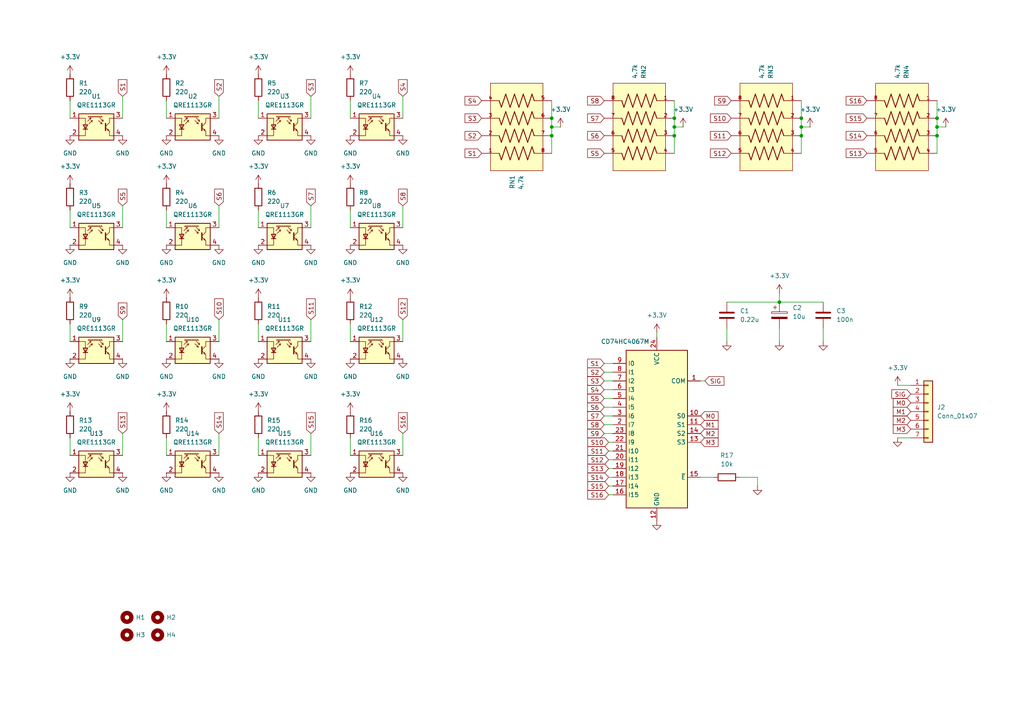
<source format=kicad_sch>
(kicad_sch (version 20250114) (generator "eeschema") (generator_version "9.0")
  (paper "A4")
  (lib_symbols
    (symbol "74xx:CD74HC4067M"
      (property "Reference" "U" (at -8.89 22.86 0))
      (property "Value" "CD74HC4067M" (at 1.27 22.86 0))
      (symbol "CD74HC4067M_1_1"
        (pin passive line (at -12.7 12.7 0) (length 3.81) (name "COM") (number "1"))
        (pin input line (at -12.7 2.54 0) (length 3.81) (name "S0") (number "10"))
        (pin input line (at -12.7 0 0) (length 3.81) (name "S1") (number "11"))
        (pin input line (at -12.7 -2.54 0) (length 3.81) (name "S2") (number "14"))
        (pin input line (at -12.7 -5.08 0) (length 3.81) (name "S3") (number "13"))
        (pin input line (at -12.7 -15.24 0) (length 3.81) (name "~{E}") (number "15"))
        (pin power_in line (at 0 25.4 270) (length 3.81) (name "VCC") (number "24"))
        (pin power_in line (at 0 -27.94 90) (length 3.81) (name "GND") (number "12"))
        (pin passive line (at 12.7 17.78 180) (length 3.81) (name "I0") (number "9"))
        (pin passive line (at 12.7 15.24 180) (length 3.81) (name "I1") (number "8"))
        (pin passive line (at 12.7 12.7 180) (length 3.81) (name "I2") (number "7"))
        (pin passive line (at 12.7 10.16 180) (length 3.81) (name "I3") (number "6"))
        (pin passive line (at 12.7 7.62 180) (length 3.81) (name "I4") (number "5"))
        (pin passive line (at 12.7 5.08 180) (length 3.81) (name "I5") (number "4"))
        (pin passive line (at 12.7 2.54 180) (length 3.81) (name "I6") (number "3"))
        (pin passive line (at 12.7 0 180) (length 3.81) (name "I7") (number "2"))
        (pin passive line (at 12.7 -2.54 180) (length 3.81) (name "I8") (number "23"))
        (pin passive line (at 12.7 -5.08 180) (length 3.81) (name "I9") (number "22"))
        (pin passive line (at 12.7 -7.62 180) (length 3.81) (name "I10") (number "21"))
        (pin passive line (at 12.7 -10.16 180) (length 3.81) (name "I11") (number "20"))
        (pin passive line (at 12.7 -12.7 180) (length 3.81) (name "I12") (number "19"))
        (pin passive line (at 12.7 -15.24 180) (length 3.81) (name "I13") (number "18"))
        (pin passive line (at 12.7 -17.78 180) (length 3.81) (name "I14") (number "17"))
        (pin passive line (at 12.7 -20.32 180) (length 3.81) (name "I15") (number "16"))
      )
    )
    (symbol "CAY16-472J4LF:CAY16-472J4LF" (pin_names (offset 1.016))
      (property "Reference" "RN" (at -6.8624 13.4635 0))
      (property "Value" "CAY16-472J4LF" (at -6.614 -15.7546 0))
      (symbol "CAY16-472J4LF_0_0"
        (pin passive line (at -10.16 7.62 0) (length 5.08) (name "~") (number "1"))
        (pin passive line (at -10.16 2.54 0) (length 5.08) (name "~") (number "2"))
        (pin passive line (at -10.16 -2.54 0) (length 5.08) (name "~") (number "3"))
        (pin passive line (at -10.16 -7.62 0) (length 5.08) (name "~") (number "4"))
        (pin passive line (at 10.16 7.62 180) (length 5.08) (name "~") (number "8"))
        (pin passive line (at 10.16 2.54 180) (length 5.08) (name "~") (number "7"))
        (pin passive line (at 10.16 -2.54 180) (length 5.08) (name "~") (number "6"))
        (pin passive line (at 10.16 -7.62 180) (length 5.08) (name "~") (number "5"))
      )
    )
    (symbol "Connector_Generic:Conn_01x07" (pin_names (offset 1.016) (hide yes))
      (property "Reference" "J" (at 0 10.16 0))
      (property "Value" "Conn_01x07" (at 0 -10.16 0))
      (symbol "Conn_01x07_1_1"
        (pin passive line (at -5.08 7.62 0) (length 3.81) (name "Pin_1") (number "1"))
        (pin passive line (at -5.08 5.08 0) (length 3.81) (name "Pin_2") (number "2"))
        (pin passive line (at -5.08 2.54 0) (length 3.81) (name "Pin_3") (number "3"))
        (pin passive line (at -5.08 0 0) (length 3.81) (name "Pin_4") (number "4"))
        (pin passive line (at -5.08 -2.54 0) (length 3.81) (name "Pin_5") (number "5"))
        (pin passive line (at -5.08 -5.08 0) (length 3.81) (name "Pin_6") (number "6"))
        (pin passive line (at -5.08 -7.62 0) (length 3.81) (name "Pin_7") (number "7"))
      )
    )
    (symbol "Device:C" (pin_numbers (hide yes)) (pin_names (offset 0.254))
      (property "Reference" "C" (at 0.635 2.54 0))
      (property "Value" "C" (at 0.635 -2.54 0))
      (symbol "C_1_1"
        (pin passive line (at 0 3.81 270) (length 2.794) (name "~") (number "1"))
        (pin passive line (at 0 -3.81 90) (length 2.794) (name "~") (number "2"))
      )
    )
    (symbol "Device:C_Polarized" (pin_numbers (hide yes)) (pin_names (offset 0.254))
      (property "Reference" "C" (at 0.635 2.54 0))
      (property "Value" "C_Polarized" (at 0.635 -2.54 0))
      (symbol "C_Polarized_1_1"
        (pin passive line (at 0 3.81 270) (length 2.794) (name "~") (number "1"))
        (pin passive line (at 0 -3.81 90) (length 2.794) (name "~") (number "2"))
      )
    )
    (symbol "Device:R" (pin_numbers (hide yes)) (pin_names (offset 0))
      (property "Reference" "R" (at 2.032 0 90))
      (property "Value" "R" (at 0 0 90))
      (symbol "R_1_1"
        (pin passive line (at 0 3.81 270) (length 1.27) (name "~") (number "1"))
        (pin passive line (at 0 -3.81 90) (length 1.27) (name "~") (number "2"))
      )
    )
    (symbol "EEESTN5:Mounting_Hole" (pin_names (offset 1.016))
      (property "Reference" "H" (at 0 5.08 0))
    )
    (symbol "Sensor_Proximity:QRE1113GR" (pin_names (offset 0.0254) (hide yes))
      (property "Reference" "U" (at -3.81 5.08 0))
      (property "Value" "QRE1113GR" (at 11.43 5.08 0))
      (symbol "QRE1113GR_1_1"
        (pin passive line (at -7.62 2.54 0) (length 2.54) (name "A") (number "1"))
        (pin passive line (at -7.62 -2.54 0) (length 2.54) (name "K") (number "2"))
        (pin open_collector line (at 7.62 2.54 180) (length 2.54) (name "~") (number "3"))
        (pin open_emitter line (at 7.62 -2.54 180) (length 2.54) (name "~") (number "4"))
      )
    )
    (symbol "power:+3.3V" (power) (pin_numbers (hide yes)) (pin_names (offset 0) (hide yes))
      (property "Value" "+3.3V" (at 0 3.556 0))
      (symbol "+3.3V_1_1"
        (pin power_in line (at 0 0 90) (length 0) (name "~") (number "1"))
      )
    )
    (symbol "power:GND" (power) (pin_numbers (hide yes)) (pin_names (offset 0) (hide yes))
      (property "Value" "GND" (at 0 -3.81 0))
      (symbol "GND_1_1"
        (pin power_in line (at 0 0 270) (length 0) (name "~") (number "1"))
      )
    )
  )
  (junction (at 271.78 34.29))
  (junction (at 195.58 39.37))
  (junction (at 160.02 39.37))
  (junction (at 195.58 34.29))
  (junction (at 160.02 34.29))
  (junction (at 271.78 36.83))
  (junction (at 232.41 39.37))
  (junction (at 226.06 87.63))
  (junction (at 160.02 36.83))
  (junction (at 195.58 36.83))
  (junction (at 232.41 34.29))
  (junction (at 271.78 39.37))
  (junction (at 232.41 36.83))
  (wire (pts (xy 175.26 105.41) (xy 177.8 105.41)))
  (wire (pts (xy 271.78 34.29) (xy 271.78 36.83)))
  (wire (pts (xy 260.35 111.76) (xy 264.16 111.76)))
  (wire (pts (xy 176.53 130.81) (xy 177.8 130.81)))
  (wire (pts (xy 226.06 85.09) (xy 226.06 87.63)))
  (wire (pts (xy 203.2 110.49) (xy 204.47 110.49)))
  (wire (pts (xy 20.32 93.98) (xy 20.32 99.06)))
  (wire (pts (xy 35.56 59.69) (xy 35.56 66.04)))
  (wire (pts (xy 101.6 60.96) (xy 101.6 66.04)))
  (wire (pts (xy 238.76 99.06) (xy 238.76 95.25)))
  (wire (pts (xy 160.02 29.21) (xy 160.02 34.29)))
  (wire (pts (xy 232.41 34.29) (xy 232.41 36.83)))
  (wire (pts (xy 210.82 87.63) (xy 226.06 87.63)))
  (wire (pts (xy 176.53 128.27) (xy 177.8 128.27)))
  (wire (pts (xy 90.17 27.94) (xy 90.17 34.29)))
  (wire (pts (xy 195.58 34.29) (xy 195.58 36.83)))
  (wire (pts (xy 175.26 120.65) (xy 177.8 120.65)))
  (wire (pts (xy 175.26 123.19) (xy 177.8 123.19)))
  (wire (pts (xy 190.5 96.52) (xy 190.5 97.79)))
  (wire (pts (xy 74.93 127) (xy 74.93 132.08)))
  (wire (pts (xy 90.17 92.71) (xy 90.17 99.06)))
  (wire (pts (xy 271.78 29.21) (xy 271.78 34.29)))
  (wire (pts (xy 48.26 93.98) (xy 48.26 99.06)))
  (wire (pts (xy 175.26 107.95) (xy 177.8 107.95)))
  (wire (pts (xy 234.95 36.83) (xy 232.41 36.83)))
  (wire (pts (xy 74.93 60.96) (xy 74.93 66.04)))
  (wire (pts (xy 20.32 127) (xy 20.32 132.08)))
  (wire (pts (xy 20.32 60.96) (xy 20.32 66.04)))
  (wire (pts (xy 116.84 92.71) (xy 116.84 99.06)))
  (wire (pts (xy 175.26 118.11) (xy 177.8 118.11)))
  (wire (pts (xy 271.78 39.37) (xy 271.78 44.45)))
  (wire (pts (xy 175.26 110.49) (xy 177.8 110.49)))
  (wire (pts (xy 101.6 93.98) (xy 101.6 99.06)))
  (wire (pts (xy 210.82 99.06) (xy 210.82 95.25)))
  (wire (pts (xy 176.53 143.51) (xy 177.8 143.51)))
  (wire (pts (xy 116.84 59.69) (xy 116.84 66.04)))
  (wire (pts (xy 175.26 115.57) (xy 177.8 115.57)))
  (wire (pts (xy 48.26 127) (xy 48.26 132.08)))
  (wire (pts (xy 160.02 34.29) (xy 160.02 36.83)))
  (wire (pts (xy 162.56 36.83) (xy 160.02 36.83)))
  (wire (pts (xy 48.26 60.96) (xy 48.26 66.04)))
  (wire (pts (xy 195.58 39.37) (xy 195.58 44.45)))
  (wire (pts (xy 90.17 125.73) (xy 90.17 132.08)))
  (wire (pts (xy 176.53 138.43) (xy 177.8 138.43)))
  (wire (pts (xy 232.41 39.37) (xy 232.41 44.45)))
  (wire (pts (xy 274.32 36.83) (xy 271.78 36.83)))
  (wire (pts (xy 219.71 138.43) (xy 214.63 138.43)))
  (wire (pts (xy 90.17 59.69) (xy 90.17 66.04)))
  (wire (pts (xy 226.06 87.63) (xy 238.76 87.63)))
  (wire (pts (xy 219.71 138.43) (xy 219.71 140.97)))
  (wire (pts (xy 35.56 27.94) (xy 35.56 34.29)))
  (wire (pts (xy 195.58 29.21) (xy 195.58 34.29)))
  (wire (pts (xy 198.12 36.83) (xy 195.58 36.83)))
  (wire (pts (xy 232.41 36.83) (xy 232.41 39.37)))
  (wire (pts (xy 160.02 36.83) (xy 160.02 39.37)))
  (wire (pts (xy 35.56 92.71) (xy 35.56 99.06)))
  (wire (pts (xy 116.84 27.94) (xy 116.84 34.29)))
  (wire (pts (xy 35.56 125.73) (xy 35.56 132.08)))
  (wire (pts (xy 176.53 140.97) (xy 177.8 140.97)))
  (wire (pts (xy 175.26 113.03) (xy 177.8 113.03)))
  (wire (pts (xy 260.35 127) (xy 264.16 127)))
  (wire (pts (xy 74.93 29.21) (xy 74.93 34.29)))
  (wire (pts (xy 101.6 29.21) (xy 101.6 34.29)))
  (wire (pts (xy 160.02 39.37) (xy 160.02 44.45)))
  (wire (pts (xy 195.58 36.83) (xy 195.58 39.37)))
  (wire (pts (xy 116.84 125.73) (xy 116.84 132.08)))
  (wire (pts (xy 176.53 133.35) (xy 177.8 133.35)))
  (wire (pts (xy 176.53 135.89) (xy 177.8 135.89)))
  (wire (pts (xy 232.41 29.21) (xy 232.41 34.29)))
  (wire (pts (xy 207.01 138.43) (xy 203.2 138.43)))
  (wire (pts (xy 101.6 127) (xy 101.6 132.08)))
  (wire (pts (xy 175.26 125.73) (xy 177.8 125.73)))
  (wire (pts (xy 63.5 125.73) (xy 63.5 132.08)))
  (wire (pts (xy 48.26 29.21) (xy 48.26 34.29)))
  (wire (pts (xy 271.78 36.83) (xy 271.78 39.37)))
  (wire (pts (xy 226.06 99.06) (xy 226.06 95.25)))
  (wire (pts (xy 63.5 27.94) (xy 63.5 34.29)))
  (wire (pts (xy 20.32 29.21) (xy 20.32 34.29)))
  (wire (pts (xy 63.5 92.71) (xy 63.5 99.06)))
  (wire (pts (xy 74.93 93.98) (xy 74.93 99.06)))
  (wire (pts (xy 63.5 59.69) (xy 63.5 66.04)))
  (global_label "M2" (shape input) (at 264.16 121.92 180) (property "Intersheetrefs" "${INTERSHEET_REFS}" (effects (hide yes))))
  (global_label "S2" (shape input) (at 175.26 107.95 180) (property "Intersheetrefs" "${INTERSHEET_REFS}" (effects (hide yes))))
  (global_label "S2" (shape input) (at 63.5 27.94 90) (property "Intersheetrefs" "${INTERSHEET_REFS}" (effects (hide yes))))
  (global_label "S12" (shape input) (at 176.53 133.35 180) (property "Intersheetrefs" "${INTERSHEET_REFS}" (effects (hide yes))))
  (global_label "S11" (shape input) (at 90.17 92.71 90) (property "Intersheetrefs" "${INTERSHEET_REFS}" (effects (hide yes))))
  (global_label "S11" (shape input) (at 212.09 39.37 180) (property "Intersheetrefs" "${INTERSHEET_REFS}" (effects (hide yes))))
  (global_label "S12" (shape input) (at 116.84 92.71 90) (property "Intersheetrefs" "${INTERSHEET_REFS}" (effects (hide yes))))
  (global_label "S7" (shape input) (at 90.17 59.69 90) (property "Intersheetrefs" "${INTERSHEET_REFS}" (effects (hide yes))))
  (global_label "S5" (shape input) (at 175.26 115.57 180) (property "Intersheetrefs" "${INTERSHEET_REFS}" (effects (hide yes))))
  (global_label "S3" (shape input) (at 139.7 34.29 180) (property "Intersheetrefs" "${INTERSHEET_REFS}" (effects (hide yes))))
  (global_label "S8" (shape input) (at 175.26 29.21 180) (property "Intersheetrefs" "${INTERSHEET_REFS}" (effects (hide yes))))
  (global_label "S7" (shape input) (at 175.26 120.65 180) (property "Intersheetrefs" "${INTERSHEET_REFS}" (effects (hide yes))))
  (global_label "SIG" (shape input) (at 264.16 114.3 180) (property "Intersheetrefs" "${INTERSHEET_REFS}" (effects (hide yes))))
  (global_label "S5" (shape input) (at 175.26 44.45 180) (property "Intersheetrefs" "${INTERSHEET_REFS}" (effects (hide yes))))
  (global_label "S1" (shape input) (at 139.7 44.45 180) (property "Intersheetrefs" "${INTERSHEET_REFS}" (effects (hide yes))))
  (global_label "S15" (shape input) (at 251.46 34.29 180) (property "Intersheetrefs" "${INTERSHEET_REFS}" (effects (hide yes))))
  (global_label "S5" (shape input) (at 35.56 59.69 90) (property "Intersheetrefs" "${INTERSHEET_REFS}" (effects (hide yes))))
  (global_label "S10" (shape input) (at 63.5 92.71 90) (property "Intersheetrefs" "${INTERSHEET_REFS}" (effects (hide yes))))
  (global_label "S13" (shape input) (at 176.53 135.89 180) (property "Intersheetrefs" "${INTERSHEET_REFS}" (effects (hide yes))))
  (global_label "S7" (shape input) (at 175.26 34.29 180) (property "Intersheetrefs" "${INTERSHEET_REFS}" (effects (hide yes))))
  (global_label "S4" (shape input) (at 139.7 29.21 180) (property "Intersheetrefs" "${INTERSHEET_REFS}" (effects (hide yes))))
  (global_label "S15" (shape input) (at 90.17 125.73 90) (property "Intersheetrefs" "${INTERSHEET_REFS}" (effects (hide yes))))
  (global_label "S9" (shape input) (at 212.09 29.21 180) (property "Intersheetrefs" "${INTERSHEET_REFS}" (effects (hide yes))))
  (global_label "S14" (shape input) (at 251.46 39.37 180) (property "Intersheetrefs" "${INTERSHEET_REFS}" (effects (hide yes))))
  (global_label "M3" (shape input) (at 203.2 128.27 0) (property "Intersheetrefs" "${INTERSHEET_REFS}" (effects (hide yes))))
  (global_label "S4" (shape input) (at 116.84 27.94 90) (property "Intersheetrefs" "${INTERSHEET_REFS}" (effects (hide yes))))
  (global_label "S14" (shape input) (at 63.5 125.73 90) (property "Intersheetrefs" "${INTERSHEET_REFS}" (effects (hide yes))))
  (global_label "S16" (shape input) (at 176.53 143.51 180) (property "Intersheetrefs" "${INTERSHEET_REFS}" (effects (hide yes))))
  (global_label "S9" (shape input) (at 35.56 92.71 90) (property "Intersheetrefs" "${INTERSHEET_REFS}" (effects (hide yes))))
  (global_label "S3" (shape input) (at 175.26 110.49 180) (property "Intersheetrefs" "${INTERSHEET_REFS}" (effects (hide yes))))
  (global_label "S4" (shape input) (at 175.26 113.03 180) (property "Intersheetrefs" "${INTERSHEET_REFS}" (effects (hide yes))))
  (global_label "M1" (shape input) (at 264.16 119.38 180) (property "Intersheetrefs" "${INTERSHEET_REFS}" (effects (hide yes))))
  (global_label "M2" (shape input) (at 203.2 125.73 0) (property "Intersheetrefs" "${INTERSHEET_REFS}" (effects (hide yes))))
  (global_label "S8" (shape input) (at 175.26 123.19 180) (property "Intersheetrefs" "${INTERSHEET_REFS}" (effects (hide yes))))
  (global_label "S1" (shape input) (at 175.26 105.41 180) (property "Intersheetrefs" "${INTERSHEET_REFS}" (effects (hide yes))))
  (global_label "S6" (shape input) (at 63.5 59.69 90) (property "Intersheetrefs" "${INTERSHEET_REFS}" (effects (hide yes))))
  (global_label "M0" (shape input) (at 203.2 120.65 0) (property "Intersheetrefs" "${INTERSHEET_REFS}" (effects (hide yes))))
  (global_label "S15" (shape input) (at 176.53 140.97 180) (property "Intersheetrefs" "${INTERSHEET_REFS}" (effects (hide yes))))
  (global_label "M0" (shape input) (at 264.16 116.84 180) (property "Intersheetrefs" "${INTERSHEET_REFS}" (effects (hide yes))))
  (global_label "S1" (shape input) (at 35.56 27.94 90) (property "Intersheetrefs" "${INTERSHEET_REFS}" (effects (hide yes))))
  (global_label "M3" (shape input) (at 264.16 124.46 180) (property "Intersheetrefs" "${INTERSHEET_REFS}" (effects (hide yes))))
  (global_label "M1" (shape input) (at 203.2 123.19 0) (property "Intersheetrefs" "${INTERSHEET_REFS}" (effects (hide yes))))
  (global_label "S6" (shape input) (at 175.26 39.37 180) (property "Intersheetrefs" "${INTERSHEET_REFS}" (effects (hide yes))))
  (global_label "S9" (shape input) (at 175.26 125.73 180) (property "Intersheetrefs" "${INTERSHEET_REFS}" (effects (hide yes))))
  (global_label "S13" (shape input) (at 251.46 44.45 180) (property "Intersheetrefs" "${INTERSHEET_REFS}" (effects (hide yes))))
  (global_label "S10" (shape input) (at 212.09 34.29 180) (property "Intersheetrefs" "${INTERSHEET_REFS}" (effects (hide yes))))
  (global_label "S3" (shape input) (at 90.17 27.94 90) (property "Intersheetrefs" "${INTERSHEET_REFS}" (effects (hide yes))))
  (global_label "S6" (shape input) (at 175.26 118.11 180) (property "Intersheetrefs" "${INTERSHEET_REFS}" (effects (hide yes))))
  (global_label "S12" (shape input) (at 212.09 44.45 180) (property "Intersheetrefs" "${INTERSHEET_REFS}" (effects (hide yes))))
  (global_label "S16" (shape input) (at 251.46 29.21 180) (property "Intersheetrefs" "${INTERSHEET_REFS}" (effects (hide yes))))
  (global_label "S14" (shape input) (at 176.53 138.43 180) (property "Intersheetrefs" "${INTERSHEET_REFS}" (effects (hide yes))))
  (global_label "S8" (shape input) (at 116.84 59.69 90) (property "Intersheetrefs" "${INTERSHEET_REFS}" (effects (hide yes))))
  (global_label "SIG" (shape input) (at 204.47 110.49 0) (property "Intersheetrefs" "${INTERSHEET_REFS}" (effects (hide yes))))
  (global_label "S2" (shape input) (at 139.7 39.37 180) (property "Intersheetrefs" "${INTERSHEET_REFS}" (effects (hide yes))))
  (global_label "S10" (shape input) (at 176.53 128.27 180) (property "Intersheetrefs" "${INTERSHEET_REFS}" (effects (hide yes))))
  (global_label "S16" (shape input) (at 116.84 125.73 90) (property "Intersheetrefs" "${INTERSHEET_REFS}" (effects (hide yes))))
  (global_label "S13" (shape input) (at 35.56 125.73 90) (property "Intersheetrefs" "${INTERSHEET_REFS}" (effects (hide yes))))
  (global_label "S11" (shape input) (at 176.53 130.81 180) (property "Intersheetrefs" "${INTERSHEET_REFS}" (effects (hide yes))))
  (symbol (lib_id "power:GND") (at 20.32 39.37 0) (unit 1)
    (property "Reference" "#PWR05" (effects (hide yes)))
    (property "Value" "GND" (at 20.32 44.45 0))
    (property "Description" "Power symbol creates a global label with name \"GND\" , ground" (effects (hide yes)))
  )
  (symbol (lib_id "power:GND") (at 35.56 39.37 0) (unit 1)
    (property "Reference" "#PWR08" (effects (hide yes)))
    (property "Value" "GND" (at 35.56 44.45 0))
    (property "Description" "Power symbol creates a global label with name \"GND\" , ground" (effects (hide yes)))
  )
  (symbol (lib_id "Device:R") (at 48.26 25.4 0) (unit 1)
    (property "Reference" "R2" (at 50.8 24.1299 0) (effects (justify left)))
    (property "Value" "220" (at 50.8 26.6699 0) (effects (justify left)))
    (property "Footprint" "Resistor_SMD:R_0805_2012Metric_Pad1.20x1.40mm_HandSolder" (effects (hide yes)))
    (property "Description" "Resistor" (effects (hide yes)))
  )
  (symbol (lib_id "power:+3.3V") (at 20.32 53.34 0) (unit 1)
    (property "Reference" "#PWR015" (effects (hide yes)))
    (property "Value" "+3.3V" (at 20.32 48.26 0))
    (property "Description" "Power symbol creates a global label with name \"+3.3V\"" (effects (hide yes)))
  )
  (symbol (lib_id "power:GND") (at 74.93 104.14 0) (unit 1)
    (property "Reference" "#PWR036" (effects (hide yes)))
    (property "Value" "GND" (at 74.93 109.22 0))
    (property "Description" "Power symbol creates a global label with name \"GND\" , ground" (effects (hide yes)))
  )
  (symbol (lib_id "power:GND") (at 35.56 104.14 0) (unit 1)
    (property "Reference" "#PWR031" (effects (hide yes)))
    (property "Value" "GND" (at 35.56 109.22 0))
    (property "Description" "Power symbol creates a global label with name \"GND\" , ground" (effects (hide yes)))
  )
  (symbol (lib_id "power:GND") (at 63.5 104.14 0) (unit 1)
    (property "Reference" "#PWR034" (effects (hide yes)))
    (property "Value" "GND" (at 63.5 109.22 0))
    (property "Description" "Power symbol creates a global label with name \"GND\" , ground" (effects (hide yes)))
  )
  (symbol (lib_id "Sensor_Proximity:QRE1113GR") (at 27.94 68.58 0) (unit 1)
    (property "Reference" "U5" (at 27.94 59.69 0))
    (property "Value" "QRE1113GR" (at 27.94 62.23 0))
    (property "Footprint" "Library:Qre1113_smd_dieguito" (effects (hide yes)))
    (property "Datasheet" "http://www.onsemi.com/pub/Collateral/QRE1113-D.PDF" (effects (hide yes)))
    (property "Description" "Miniature Reflective Optical Object Sensor, SMD-4" (effects (hide yes)))
  )
  (symbol (lib_id "power:GND") (at 101.6 137.16 0) (unit 1)
    (property "Reference" "#PWR051" (effects (hide yes)))
    (property "Value" "GND" (at 101.6 142.24 0))
    (property "Description" "Power symbol creates a global label with name \"GND\" , ground" (effects (hide yes)))
  )
  (symbol (lib_id "power:+3.3V") (at 226.06 85.09 0) (unit 1)
    (property "Reference" "#PWR072" (effects (hide yes)))
    (property "Value" "+3.3V" (at 226.06 80.01 0))
    (property "Description" "Power symbol creates a global label with name \"+3.3V\"" (effects (hide yes)))
  )
  (symbol (lib_id "Device:R") (at 48.26 90.17 0) (unit 1)
    (property "Reference" "R10" (at 50.8 88.8999 0) (effects (justify left)))
    (property "Value" "220" (at 50.8 91.4399 0) (effects (justify left)))
    (property "Footprint" "Resistor_SMD:R_0805_2012Metric_Pad1.20x1.40mm_HandSolder" (effects (hide yes)))
    (property "Description" "Resistor" (effects (hide yes)))
  )
  (symbol (lib_id "EEESTN5:Mounting_Hole") (at 45.72 179.07 0) (unit 1)
    (property "Reference" "H2" (at 48.26 179.0699 0) (effects (justify left)))
    (property "Value" "Mounting_Hole" (effects (hide yes)))
    (property "Footprint" "MountingHole:MountingHole_2.2mm_M2" (effects (hide yes)))
    (property "Description" "Mounting Hole without connection" (effects (hide yes)))
  )
  (symbol (lib_id "power:GND") (at 116.84 39.37 0) (unit 1)
    (property "Reference" "#PWR016" (effects (hide yes)))
    (property "Value" "GND" (at 116.84 44.45 0))
    (property "Description" "Power symbol creates a global label with name \"GND\" , ground" (effects (hide yes)))
  )
  (symbol (lib_id "power:+3.3V") (at 162.56 36.83 0) (unit 1)
    (property "Reference" "#PWR017" (effects (hide yes)))
    (property "Value" "+3.3V" (at 162.56 31.75 0))
    (property "Description" "Power symbol creates a global label with name \"+3.3V\"" (effects (hide yes)))
  )
  (symbol (lib_id "power:GND") (at 238.76 99.06 0) (unit 1)
    (property "Reference" "#PWR074" (effects (hide yes)))
    (property "Value" "GND" (effects (hide yes)))
    (property "Description" "Power symbol creates a global label with name \"GND\" , ground" (effects (hide yes)))
  )
  (symbol (lib_id "power:GND") (at 190.5 151.13 0) (unit 1)
    (property "Reference" "#PWR052" (effects (hide yes)))
    (property "Value" "GND" (effects (hide yes)))
    (property "Description" "Power symbol creates a global label with name \"GND\" , ground" (effects (hide yes)))
  )
  (symbol (lib_id "power:+3.3V") (at 74.93 21.59 0) (unit 1)
    (property "Reference" "#PWR06" (effects (hide yes)))
    (property "Value" "+3.3V" (at 74.93 16.51 0))
    (property "Description" "Power symbol creates a global label with name \"+3.3V\"" (effects (hide yes)))
  )
  (symbol (lib_id "power:+3.3V") (at 101.6 21.59 0) (unit 1)
    (property "Reference" "#PWR013" (effects (hide yes)))
    (property "Value" "+3.3V" (at 101.6 16.51 0))
    (property "Description" "Power symbol creates a global label with name \"+3.3V\"" (effects (hide yes)))
  )
  (symbol (lib_id "power:GND") (at 74.93 137.16 0) (unit 1)
    (property "Reference" "#PWR048" (effects (hide yes)))
    (property "Value" "GND" (at 74.93 142.24 0))
    (property "Description" "Power symbol creates a global label with name \"GND\" , ground" (effects (hide yes)))
  )
  (symbol (lib_id "Sensor_Proximity:QRE1113GR") (at 55.88 68.58 0) (unit 1)
    (property "Reference" "U6" (at 55.88 59.69 0))
    (property "Value" "QRE1113GR" (at 55.88 62.23 0))
    (property "Footprint" "Library:Qre1113_smd_dieguito" (effects (hide yes)))
    (property "Datasheet" "http://www.onsemi.com/pub/Collateral/QRE1113-D.PDF" (effects (hide yes)))
    (property "Description" "Miniature Reflective Optical Object Sensor, SMD-4" (effects (hide yes)))
  )
  (symbol (lib_id "power:+3.3V") (at 101.6 119.38 0) (unit 1)
    (property "Reference" "#PWR050" (effects (hide yes)))
    (property "Value" "+3.3V" (at 101.6 114.3 0))
    (property "Description" "Power symbol creates a global label with name \"+3.3V\"" (effects (hide yes)))
  )
  (symbol (lib_id "power:+3.3V") (at 74.93 119.38 0) (unit 1)
    (property "Reference" "#PWR047" (effects (hide yes)))
    (property "Value" "+3.3V" (at 74.93 114.3 0))
    (property "Description" "Power symbol creates a global label with name \"+3.3V\"" (effects (hide yes)))
  )
  (symbol (lib_id "power:+3.3V") (at 48.26 53.34 0) (unit 1)
    (property "Reference" "#PWR020" (effects (hide yes)))
    (property "Value" "+3.3V" (at 48.26 48.26 0))
    (property "Description" "Power symbol creates a global label with name \"+3.3V\"" (effects (hide yes)))
  )
  (symbol (lib_id "Sensor_Proximity:QRE1113GR") (at 82.55 68.58 0) (unit 1)
    (property "Reference" "U7" (at 82.55 59.69 0))
    (property "Value" "QRE1113GR" (at 82.55 62.23 0))
    (property "Footprint" "Library:Qre1113_smd_dieguito" (effects (hide yes)))
    (property "Datasheet" "http://www.onsemi.com/pub/Collateral/QRE1113-D.PDF" (effects (hide yes)))
    (property "Description" "Miniature Reflective Optical Object Sensor, SMD-4" (effects (hide yes)))
  )
  (symbol (lib_id "Sensor_Proximity:QRE1113GR") (at 55.88 134.62 0) (unit 1)
    (property "Reference" "U14" (at 55.88 125.73 0))
    (property "Value" "QRE1113GR" (at 55.88 128.27 0))
    (property "Footprint" "Library:Qre1113_smd_dieguito" (effects (hide yes)))
    (property "Datasheet" "http://www.onsemi.com/pub/Collateral/QRE1113-D.PDF" (effects (hide yes)))
    (property "Description" "Miniature Reflective Optical Object Sensor, SMD-4" (effects (hide yes)))
  )
  (symbol (lib_id "power:GND") (at 63.5 71.12 0) (unit 1)
    (property "Reference" "#PWR022" (effects (hide yes)))
    (property "Value" "GND" (at 63.5 76.2 0))
    (property "Description" "Power symbol creates a global label with name \"GND\" , ground" (effects (hide yes)))
  )
  (symbol (lib_id "power:GND") (at 74.93 71.12 0) (unit 1)
    (property "Reference" "#PWR024" (effects (hide yes)))
    (property "Value" "GND" (at 74.93 76.2 0))
    (property "Description" "Power symbol creates a global label with name \"GND\" , ground" (effects (hide yes)))
  )
  (symbol (lib_id "Sensor_Proximity:QRE1113GR") (at 109.22 101.6 0) (unit 1)
    (property "Reference" "U12" (at 109.22 92.71 0))
    (property "Value" "QRE1113GR" (at 109.22 95.25 0))
    (property "Footprint" "Library:Qre1113_smd_dieguito" (effects (hide yes)))
    (property "Datasheet" "http://www.onsemi.com/pub/Collateral/QRE1113-D.PDF" (effects (hide yes)))
    (property "Description" "Miniature Reflective Optical Object Sensor, SMD-4" (effects (hide yes)))
  )
  (symbol (lib_id "CAY16-472J4LF:CAY16-472J4LF") (at 261.62 36.83 0) (mirror y) (unit 1)
    (property "Reference" "RN4" (at 262.8901 22.86 90) (effects (justify left)))
    (property "Value" "4.7k" (at 260.3501 22.86 90) (effects (justify left)))
    (property "Footprint" "Resistor_SMD:R_Array_Convex_4x1206" (effects (hide yes)))
    (property "MF" "Bourns" (effects (hide yes)))
    (property "Description_1" "Resistor, Chip Array,4.7 Kilohms,62 mW,+ 5%,50 V (Max.) | Bourns CAY16-472J4LF" (effects (hide yes)))
    (property "Package" "NON STANDARD-8 Bourns" (effects (hide yes)))
    (property "Price" "None" (effects (hide yes)))
    (property "Check_prices" "https://www.snapeda.com/parts/CAY16-472J4LF/Bourns/view-part/?ref=eda" (effects (hide yes)))
    (property "STANDARD" "IPC-7351B" (effects (hide yes)))
    (property "SnapEDA_Link" "https://www.snapeda.com/parts/CAY16-472J4LF/Bourns/view-part/?ref=snap" (effects (hide yes)))
    (property "MP" "CAY16-472J4LF" (effects (hide yes)))
    (property "Availability" "In Stock" (effects (hide yes)))
    (property "MANUFACTURER" "Bourns" (effects (hide yes)))
  )
  (symbol (lib_id "Sensor_Proximity:QRE1113GR") (at 82.55 36.83 0) (unit 1)
    (property "Reference" "U3" (at 82.55 27.94 0))
    (property "Value" "QRE1113GR" (at 82.55 30.48 0))
    (property "Footprint" "Library:Qre1113_smd_dieguito" (effects (hide yes)))
    (property "Datasheet" "http://www.onsemi.com/pub/Collateral/QRE1113-D.PDF" (effects (hide yes)))
    (property "Description" "Miniature Reflective Optical Object Sensor, SMD-4" (effects (hide yes)))
  )
  (symbol (lib_id "Sensor_Proximity:QRE1113GR") (at 82.55 134.62 0) (unit 1)
    (property "Reference" "U15" (at 82.55 125.73 0))
    (property "Value" "QRE1113GR" (at 82.55 128.27 0))
    (property "Footprint" "Library:Qre1113_smd_dieguito" (effects (hide yes)))
    (property "Datasheet" "http://www.onsemi.com/pub/Collateral/QRE1113-D.PDF" (effects (hide yes)))
    (property "Description" "Miniature Reflective Optical Object Sensor, SMD-4" (effects (hide yes)))
  )
  (symbol (lib_id "EEESTN5:Mounting_Hole") (at 45.72 184.15 0) (unit 1)
    (property "Reference" "H4" (at 48.26 184.1499 0) (effects (justify left)))
    (property "Value" "Mounting_Hole" (effects (hide yes)))
    (property "Footprint" "MountingHole:MountingHole_2.2mm_M2" (effects (hide yes)))
    (property "Description" "Mounting Hole without connection" (effects (hide yes)))
  )
  (symbol (lib_id "Device:C") (at 238.76 91.44 0) (unit 1)
    (property "Reference" "C3" (at 242.57 90.1699 0) (effects (justify left)))
    (property "Value" "100n" (at 242.57 92.7099 0) (effects (justify left)))
    (property "Footprint" "Capacitor_SMD:C_0805_2012Metric_Pad1.18x1.45mm_HandSolder" (effects (hide yes)))
    (property "Description" "Unpolarized capacitor" (effects (hide yes)))
  )
  (symbol (lib_id "power:GND") (at 74.93 39.37 0) (unit 1)
    (property "Reference" "#PWR010" (effects (hide yes)))
    (property "Value" "GND" (at 74.93 44.45 0))
    (property "Description" "Power symbol creates a global label with name \"GND\" , ground" (effects (hide yes)))
  )
  (symbol (lib_id "power:GND") (at 20.32 137.16 0) (unit 1)
    (property "Reference" "#PWR042" (effects (hide yes)))
    (property "Value" "GND" (at 20.32 142.24 0))
    (property "Description" "Power symbol creates a global label with name \"GND\" , ground" (effects (hide yes)))
  )
  (symbol (lib_id "power:+3.3V") (at 101.6 86.36 0) (unit 1)
    (property "Reference" "#PWR038" (effects (hide yes)))
    (property "Value" "+3.3V" (at 101.6 81.28 0))
    (property "Description" "Power symbol creates a global label with name \"+3.3V\"" (effects (hide yes)))
  )
  (symbol (lib_id "CAY16-472J4LF:CAY16-472J4LF") (at 149.86 36.83 0) (mirror x) (unit 1)
    (property "Reference" "RN1" (at 148.5899 50.8 90) (effects (justify left)))
    (property "Value" "4.7k" (at 151.1299 50.8 90) (effects (justify left)))
    (property "Footprint" "Resistor_SMD:R_Array_Convex_4x1206" (effects (hide yes)))
    (property "MF" "Bourns" (effects (hide yes)))
    (property "Description_1" "Resistor, Chip Array,4.7 Kilohms,62 mW,+ 5%,50 V (Max.) | Bourns CAY16-472J4LF" (effects (hide yes)))
    (property "Package" "NON STANDARD-8 Bourns" (effects (hide yes)))
    (property "Price" "None" (effects (hide yes)))
    (property "Check_prices" "https://www.snapeda.com/parts/CAY16-472J4LF/Bourns/view-part/?ref=eda" (effects (hide yes)))
    (property "STANDARD" "IPC-7351B" (effects (hide yes)))
    (property "SnapEDA_Link" "https://www.snapeda.com/parts/CAY16-472J4LF/Bourns/view-part/?ref=snap" (effects (hide yes)))
    (property "MP" "CAY16-472J4LF" (effects (hide yes)))
    (property "Availability" "In Stock" (effects (hide yes)))
    (property "MANUFACTURER" "Bourns" (effects (hide yes)))
  )
  (symbol (lib_id "power:+3.3V") (at 101.6 53.34 0) (unit 1)
    (property "Reference" "#PWR026" (effects (hide yes)))
    (property "Value" "+3.3V" (at 101.6 48.26 0))
    (property "Description" "Power symbol creates a global label with name \"+3.3V\"" (effects (hide yes)))
  )
  (symbol (lib_id "Device:R") (at 48.26 123.19 0) (unit 1)
    (property "Reference" "R14" (at 50.8 121.9199 0) (effects (justify left)))
    (property "Value" "220" (at 50.8 124.4599 0) (effects (justify left)))
    (property "Footprint" "Resistor_SMD:R_0805_2012Metric_Pad1.20x1.40mm_HandSolder" (effects (hide yes)))
    (property "Description" "Resistor" (effects (hide yes)))
  )
  (symbol (lib_id "power:GND") (at 35.56 71.12 0) (unit 1)
    (property "Reference" "#PWR019" (effects (hide yes)))
    (property "Value" "GND" (at 35.56 76.2 0))
    (property "Description" "Power symbol creates a global label with name \"GND\" , ground" (effects (hide yes)))
  )
  (symbol (lib_id "power:GND") (at 101.6 71.12 0) (unit 1)
    (property "Reference" "#PWR027" (effects (hide yes)))
    (property "Value" "GND" (at 101.6 76.2 0))
    (property "Description" "Power symbol creates a global label with name \"GND\" , ground" (effects (hide yes)))
  )
  (symbol (lib_id "power:GND") (at 116.84 104.14 0) (unit 1)
    (property "Reference" "#PWR040" (effects (hide yes)))
    (property "Value" "GND" (at 116.84 109.22 0))
    (property "Description" "Power symbol creates a global label with name \"GND\" , ground" (effects (hide yes)))
  )
  (symbol (lib_id "power:GND") (at 90.17 104.14 0) (unit 1)
    (property "Reference" "#PWR037" (effects (hide yes)))
    (property "Value" "GND" (at 90.17 109.22 0))
    (property "Description" "Power symbol creates a global label with name \"GND\" , ground" (effects (hide yes)))
  )
  (symbol (lib_id "power:GND") (at 20.32 104.14 0) (unit 1)
    (property "Reference" "#PWR030" (effects (hide yes)))
    (property "Value" "GND" (at 20.32 109.22 0))
    (property "Description" "Power symbol creates a global label with name \"GND\" , ground" (effects (hide yes)))
  )
  (symbol (lib_id "power:+3.3V") (at 74.93 53.34 0) (unit 1)
    (property "Reference" "#PWR023" (effects (hide yes)))
    (property "Value" "+3.3V" (at 74.93 48.26 0))
    (property "Description" "Power symbol creates a global label with name \"+3.3V\"" (effects (hide yes)))
  )
  (symbol (lib_id "Device:R") (at 101.6 90.17 0) (unit 1)
    (property "Reference" "R12" (at 104.14 88.8999 0) (effects (justify left)))
    (property "Value" "220" (at 104.14 91.4399 0) (effects (justify left)))
    (property "Footprint" "Resistor_SMD:R_0805_2012Metric_Pad1.20x1.40mm_HandSolder" (effects (hide yes)))
    (property "Description" "Resistor" (effects (hide yes)))
  )
  (symbol (lib_id "CAY16-472J4LF:CAY16-472J4LF") (at 185.42 36.83 0) (mirror y) (unit 1)
    (property "Reference" "RN2" (at 186.6901 22.86 90) (effects (justify left)))
    (property "Value" "4.7k" (at 184.1501 22.86 90) (effects (justify left)))
    (property "Footprint" "Resistor_SMD:R_Array_Convex_4x1206" (effects (hide yes)))
    (property "MF" "Bourns" (effects (hide yes)))
    (property "Description_1" "Resistor, Chip Array,4.7 Kilohms,62 mW,+ 5%,50 V (Max.) | Bourns CAY16-472J4LF" (effects (hide yes)))
    (property "Package" "NON STANDARD-8 Bourns" (effects (hide yes)))
    (property "Price" "None" (effects (hide yes)))
    (property "Check_prices" "https://www.snapeda.com/parts/CAY16-472J4LF/Bourns/view-part/?ref=eda" (effects (hide yes)))
    (property "STANDARD" "IPC-7351B" (effects (hide yes)))
    (property "SnapEDA_Link" "https://www.snapeda.com/parts/CAY16-472J4LF/Bourns/view-part/?ref=snap" (effects (hide yes)))
    (property "MP" "CAY16-472J4LF" (effects (hide yes)))
    (property "Availability" "In Stock" (effects (hide yes)))
    (property "MANUFACTURER" "Bourns" (effects (hide yes)))
  )
  (symbol (lib_id "power:GND") (at 226.06 99.06 0) (unit 1)
    (property "Reference" "#PWR073" (effects (hide yes)))
    (property "Value" "GND" (effects (hide yes)))
    (property "Description" "Power symbol creates a global label with name \"GND\" , ground" (effects (hide yes)))
  )
  (symbol (lib_id "CAY16-472J4LF:CAY16-472J4LF") (at 222.25 36.83 0) (mirror y) (unit 1)
    (property "Reference" "RN3" (at 223.5201 22.86 90) (effects (justify left)))
    (property "Value" "4.7k" (at 220.9801 22.86 90) (effects (justify left)))
    (property "Footprint" "Resistor_SMD:R_Array_Convex_4x1206" (effects (hide yes)))
    (property "MF" "Bourns" (effects (hide yes)))
    (property "Description_1" "Resistor, Chip Array,4.7 Kilohms,62 mW,+ 5%,50 V (Max.) | Bourns CAY16-472J4LF" (effects (hide yes)))
    (property "Package" "NON STANDARD-8 Bourns" (effects (hide yes)))
    (property "Price" "None" (effects (hide yes)))
    (property "Check_prices" "https://www.snapeda.com/parts/CAY16-472J4LF/Bourns/view-part/?ref=eda" (effects (hide yes)))
    (property "STANDARD" "IPC-7351B" (effects (hide yes)))
    (property "SnapEDA_Link" "https://www.snapeda.com/parts/CAY16-472J4LF/Bourns/view-part/?ref=snap" (effects (hide yes)))
    (property "MP" "CAY16-472J4LF" (effects (hide yes)))
    (property "Availability" "In Stock" (effects (hide yes)))
    (property "MANUFACTURER" "Bourns" (effects (hide yes)))
  )
  (symbol (lib_id "power:+3.3V") (at 20.32 86.36 0) (unit 1)
    (property "Reference" "#PWR029" (effects (hide yes)))
    (property "Value" "+3.3V" (at 20.32 81.28 0))
    (property "Description" "Power symbol creates a global label with name \"+3.3V\"" (effects (hide yes)))
  )
  (symbol (lib_id "power:GND") (at 48.26 137.16 0) (unit 1)
    (property "Reference" "#PWR045" (effects (hide yes)))
    (property "Value" "GND" (at 48.26 142.24 0))
    (property "Description" "Power symbol creates a global label with name \"GND\" , ground" (effects (hide yes)))
  )
  (symbol (lib_id "Sensor_Proximity:QRE1113GR") (at 82.55 101.6 0) (unit 1)
    (property "Reference" "U11" (at 82.55 92.71 0))
    (property "Value" "QRE1113GR" (at 82.55 95.25 0))
    (property "Footprint" "Library:Qre1113_smd_dieguito" (effects (hide yes)))
    (property "Datasheet" "http://www.onsemi.com/pub/Collateral/QRE1113-D.PDF" (effects (hide yes)))
    (property "Description" "Miniature Reflective Optical Object Sensor, SMD-4" (effects (hide yes)))
  )
  (symbol (lib_id "power:+3.3V") (at 20.32 21.59 0) (unit 1)
    (property "Reference" "#PWR07" (effects (hide yes)))
    (property "Value" "+3.3V" (at 20.32 16.51 0))
    (property "Description" "Power symbol creates a global label with name \"+3.3V\"" (effects (hide yes)))
  )
  (symbol (lib_id "power:+3.3V") (at 274.32 36.83 0) (unit 1)
    (property "Reference" "#PWR011" (effects (hide yes)))
    (property "Value" "+3.3V" (at 274.32 31.75 0))
    (property "Description" "Power symbol creates a global label with name \"+3.3V\"" (effects (hide yes)))
  )
  (symbol (lib_id "power:GND") (at 35.56 137.16 0) (unit 1)
    (property "Reference" "#PWR043" (effects (hide yes)))
    (property "Value" "GND" (at 35.56 142.24 0))
    (property "Description" "Power symbol creates a global label with name \"GND\" , ground" (effects (hide yes)))
  )
  (symbol (lib_id "Device:R") (at 74.93 123.19 0) (unit 1)
    (property "Reference" "R15" (at 77.47 121.9199 0) (effects (justify left)))
    (property "Value" "220" (at 77.47 124.4599 0) (effects (justify left)))
    (property "Footprint" "Resistor_SMD:R_0805_2012Metric_Pad1.20x1.40mm_HandSolder" (effects (hide yes)))
    (property "Description" "Resistor" (effects (hide yes)))
  )
  (symbol (lib_id "Device:R") (at 20.32 90.17 0) (unit 1)
    (property "Reference" "R9" (at 22.86 88.8999 0) (effects (justify left)))
    (property "Value" "220" (at 22.86 91.4399 0) (effects (justify left)))
    (property "Footprint" "Resistor_SMD:R_0805_2012Metric_Pad1.20x1.40mm_HandSolder" (effects (hide yes)))
    (property "Description" "Resistor" (effects (hide yes)))
  )
  (symbol (lib_id "power:+3.3V") (at 190.5 96.52 0) (unit 1)
    (property "Reference" "#PWR065" (effects (hide yes)))
    (property "Value" "+3.3V" (at 190.5 91.44 0))
    (property "Description" "Power symbol creates a global label with name \"+3.3V\"" (effects (hide yes)))
  )
  (symbol (lib_id "Sensor_Proximity:QRE1113GR") (at 27.94 134.62 0) (unit 1)
    (property "Reference" "U13" (at 27.94 125.73 0))
    (property "Value" "QRE1113GR" (at 27.94 128.27 0))
    (property "Footprint" "Library:Qre1113_smd_dieguito" (effects (hide yes)))
    (property "Datasheet" "http://www.onsemi.com/pub/Collateral/QRE1113-D.PDF" (effects (hide yes)))
    (property "Description" "Miniature Reflective Optical Object Sensor, SMD-4" (effects (hide yes)))
  )
  (symbol (lib_id "power:GND") (at 116.84 137.16 0) (unit 1)
    (property "Reference" "#PWR056" (effects (hide yes)))
    (property "Value" "GND" (at 116.84 142.24 0))
    (property "Description" "Power symbol creates a global label with name \"GND\" , ground" (effects (hide yes)))
  )
  (symbol (lib_id "power:GND") (at 48.26 71.12 0) (unit 1)
    (property "Reference" "#PWR021" (effects (hide yes)))
    (property "Value" "GND" (at 48.26 76.2 0))
    (property "Description" "Power symbol creates a global label with name \"GND\" , ground" (effects (hide yes)))
  )
  (symbol (lib_id "Device:R") (at 101.6 123.19 0) (unit 1)
    (property "Reference" "R16" (at 104.14 121.9199 0) (effects (justify left)))
    (property "Value" "220" (at 104.14 124.4599 0) (effects (justify left)))
    (property "Footprint" "Resistor_SMD:R_0805_2012Metric_Pad1.20x1.40mm_HandSolder" (effects (hide yes)))
    (property "Description" "Resistor" (effects (hide yes)))
  )
  (symbol (lib_id "74xx:CD74HC4067M") (at 190.5 123.19 0) (mirror y) (unit 1)
    (property "Reference" "U18" (effects (hide yes)))
    (property "Value" "CD74HC4067M" (at 188.3567 99.06 0) (effects (justify left)))
    (property "Footprint" "Package_SO:SOIC-24W_7.5x15.4mm_P1.27mm" (effects (hide yes)))
    (property "Datasheet" "http://www.ti.com/lit/ds/symlink/cd74hc4067.pdf" (effects (hide yes)))
    (property "Description" "High-Speed CMOS Logic 16-Channel Analog Multiplexer/Demultiplexer, SOIC-24" (effects (hide yes)))
  )
  (symbol (lib_id "EEESTN5:Mounting_Hole") (at 36.83 184.15 0) (unit 1)
    (property "Reference" "H3" (at 39.37 184.1499 0) (effects (justify left)))
    (property "Value" "Mounting_Hole" (effects (hide yes)))
    (property "Footprint" "MountingHole:MountingHole_2.2mm_M2" (effects (hide yes)))
    (property "Description" "Mounting Hole without connection" (effects (hide yes)))
  )
  (symbol (lib_id "power:+3.3V") (at 198.12 36.83 0) (unit 1)
    (property "Reference" "#PWR03" (effects (hide yes)))
    (property "Value" "+3.3V" (at 198.12 31.75 0))
    (property "Description" "Power symbol creates a global label with name \"+3.3V\"" (effects (hide yes)))
  )
  (symbol (lib_id "Sensor_Proximity:QRE1113GR") (at 27.94 101.6 0) (unit 1)
    (property "Reference" "U9" (at 27.94 92.71 0))
    (property "Value" "QRE1113GR" (at 27.94 95.25 0))
    (property "Footprint" "Library:Qre1113_smd_dieguito" (effects (hide yes)))
    (property "Datasheet" "http://www.onsemi.com/pub/Collateral/QRE1113-D.PDF" (effects (hide yes)))
    (property "Description" "Miniature Reflective Optical Object Sensor, SMD-4" (effects (hide yes)))
  )
  (symbol (lib_id "power:+3.3V") (at 48.26 86.36 0) (unit 1)
    (property "Reference" "#PWR032" (effects (hide yes)))
    (property "Value" "+3.3V" (at 48.26 81.28 0))
    (property "Description" "Power symbol creates a global label with name \"+3.3V\"" (effects (hide yes)))
  )
  (symbol (lib_id "Sensor_Proximity:QRE1113GR") (at 55.88 101.6 0) (unit 1)
    (property "Reference" "U10" (at 55.88 92.71 0))
    (property "Value" "QRE1113GR" (at 55.88 95.25 0))
    (property "Footprint" "Library:Qre1113_smd_dieguito" (effects (hide yes)))
    (property "Datasheet" "http://www.onsemi.com/pub/Collateral/QRE1113-D.PDF" (effects (hide yes)))
    (property "Description" "Miniature Reflective Optical Object Sensor, SMD-4" (effects (hide yes)))
  )
  (symbol (lib_id "Device:R") (at 101.6 25.4 0) (unit 1)
    (property "Reference" "R7" (at 104.14 24.1299 0) (effects (justify left)))
    (property "Value" "220" (at 104.14 26.6699 0) (effects (justify left)))
    (property "Footprint" "Resistor_SMD:R_0805_2012Metric_Pad1.20x1.40mm_HandSolder" (effects (hide yes)))
    (property "Description" "Resistor" (effects (hide yes)))
  )
  (symbol (lib_id "Device:R") (at 101.6 57.15 0) (unit 1)
    (property "Reference" "R8" (at 104.14 55.8799 0) (effects (justify left)))
    (property "Value" "220" (at 104.14 58.4199 0) (effects (justify left)))
    (property "Footprint" "Resistor_SMD:R_0805_2012Metric_Pad1.20x1.40mm_HandSolder" (effects (hide yes)))
    (property "Description" "Resistor" (effects (hide yes)))
  )
  (symbol (lib_id "power:GND") (at 90.17 137.16 0) (unit 1)
    (property "Reference" "#PWR049" (effects (hide yes)))
    (property "Value" "GND" (at 90.17 142.24 0))
    (property "Description" "Power symbol creates a global label with name \"GND\" , ground" (effects (hide yes)))
  )
  (symbol (lib_id "power:GND") (at 20.32 71.12 0) (unit 1)
    (property "Reference" "#PWR018" (effects (hide yes)))
    (property "Value" "GND" (at 20.32 76.2 0))
    (property "Description" "Power symbol creates a global label with name \"GND\" , ground" (effects (hide yes)))
  )
  (symbol (lib_id "power:GND") (at 260.35 127 0) (unit 1)
    (property "Reference" "#PWR055" (effects (hide yes)))
    (property "Value" "GND" (effects (hide yes)))
    (property "Description" "Power symbol creates a global label with name \"GND\" , ground" (effects (hide yes)))
  )
  (symbol (lib_id "power:GND") (at 101.6 39.37 0) (unit 1)
    (property "Reference" "#PWR014" (effects (hide yes)))
    (property "Value" "GND" (at 101.6 44.45 0))
    (property "Description" "Power symbol creates a global label with name \"GND\" , ground" (effects (hide yes)))
  )
  (symbol (lib_id "Device:R") (at 48.26 57.15 0) (unit 1)
    (property "Reference" "R4" (at 50.8 55.8799 0) (effects (justify left)))
    (property "Value" "220" (at 50.8 58.4199 0) (effects (justify left)))
    (property "Footprint" "Resistor_SMD:R_0805_2012Metric_Pad1.20x1.40mm_HandSolder" (effects (hide yes)))
    (property "Description" "Resistor" (effects (hide yes)))
  )
  (symbol (lib_id "Connector_Generic:Conn_01x07") (at 269.24 119.38 0) (unit 1)
    (property "Reference" "J2" (at 271.78 118.1099 0) (effects (justify left)))
    (property "Value" "Conn_01x07" (at 271.78 120.6499 0) (effects (justify left)))
    (property "Footprint" "Connector_JST:JST_XH_S7B-XH-A-1_1x07_P2.50mm_Horizontal" (effects (hide yes)))
    (property "Description" "Generic connector, single row, 01x07, script generated (kicad-library-utils/schlib/autogen/connector/)" (effects (hide yes)))
  )
  (symbol (lib_id "Device:C_Polarized") (at 226.06 91.44 0) (unit 1)
    (property "Reference" "C2" (at 229.87 89.2809 0) (effects (justify left)))
    (property "Value" "10u" (at 229.87 91.8209 0) (effects (justify left)))
    (property "Footprint" "Capacitor_SMD:CP_Elec_4x5.4" (effects (hide yes)))
    (property "Description" "Polarized capacitor" (effects (hide yes)))
  )
  (symbol (lib_id "power:GND") (at 210.82 99.06 0) (unit 1)
    (property "Reference" "#PWR054" (effects (hide yes)))
    (property "Value" "GND" (effects (hide yes)))
    (property "Description" "Power symbol creates a global label with name \"GND\" , ground" (effects (hide yes)))
  )
  (symbol (lib_id "Device:R") (at 20.32 123.19 0) (unit 1)
    (property "Reference" "R13" (at 22.86 121.9199 0) (effects (justify left)))
    (property "Value" "220" (at 22.86 124.4599 0) (effects (justify left)))
    (property "Footprint" "Resistor_SMD:R_0805_2012Metric_Pad1.20x1.40mm_HandSolder" (effects (hide yes)))
    (property "Description" "Resistor" (effects (hide yes)))
  )
  (symbol (lib_id "power:+3.3V") (at 48.26 119.38 0) (unit 1)
    (property "Reference" "#PWR044" (effects (hide yes)))
    (property "Value" "+3.3V" (at 48.26 114.3 0))
    (property "Description" "Power symbol creates a global label with name \"+3.3V\"" (effects (hide yes)))
  )
  (symbol (lib_id "EEESTN5:Mounting_Hole") (at 36.83 179.07 0) (unit 1)
    (property "Reference" "H1" (at 39.37 179.0699 0) (effects (justify left)))
    (property "Value" "Mounting_Hole" (effects (hide yes)))
    (property "Footprint" "MountingHole:MountingHole_2.2mm_M2" (effects (hide yes)))
    (property "Description" "Mounting Hole without connection" (effects (hide yes)))
  )
  (symbol (lib_id "power:+3.3V") (at 48.26 21.59 0) (unit 1)
    (property "Reference" "#PWR01" (effects (hide yes)))
    (property "Value" "+3.3V" (at 48.26 16.51 0))
    (property "Description" "Power symbol creates a global label with name \"+3.3V\"" (effects (hide yes)))
  )
  (symbol (lib_id "Device:R") (at 210.82 138.43 270) (unit 1)
    (property "Reference" "R17" (at 210.82 132.08 90))
    (property "Value" "10k" (at 210.82 134.62 90))
    (property "Footprint" "Resistor_SMD:R_0805_2012Metric_Pad1.20x1.40mm_HandSolder" (effects (hide yes)))
    (property "Description" "Resistor" (effects (hide yes)))
  )
  (symbol (lib_id "power:GND") (at 116.84 71.12 0) (unit 1)
    (property "Reference" "#PWR028" (effects (hide yes)))
    (property "Value" "GND" (at 116.84 76.2 0))
    (property "Description" "Power symbol creates a global label with name \"GND\" , ground" (effects (hide yes)))
  )
  (symbol (lib_id "power:+3.3V") (at 234.95 36.83 0) (unit 1)
    (property "Reference" "#PWR09" (effects (hide yes)))
    (property "Value" "+3.3V" (at 234.95 31.75 0))
    (property "Description" "Power symbol creates a global label with name \"+3.3V\"" (effects (hide yes)))
  )
  (symbol (lib_id "power:GND") (at 48.26 39.37 0) (unit 1)
    (property "Reference" "#PWR02" (effects (hide yes)))
    (property "Value" "GND" (at 48.26 44.45 0))
    (property "Description" "Power symbol creates a global label with name \"GND\" , ground" (effects (hide yes)))
  )
  (symbol (lib_id "Device:R") (at 74.93 90.17 0) (unit 1)
    (property "Reference" "R11" (at 77.47 88.8999 0) (effects (justify left)))
    (property "Value" "220" (at 77.47 91.4399 0) (effects (justify left)))
    (property "Footprint" "Resistor_SMD:R_0805_2012Metric_Pad1.20x1.40mm_HandSolder" (effects (hide yes)))
    (property "Description" "Resistor" (effects (hide yes)))
  )
  (symbol (lib_id "power:GND") (at 219.71 140.97 0) (unit 1)
    (property "Reference" "#PWR053" (effects (hide yes)))
    (property "Value" "GND" (effects (hide yes)))
    (property "Description" "Power symbol creates a global label with name \"GND\" , ground" (effects (hide yes)))
  )
  (symbol (lib_id "Sensor_Proximity:QRE1113GR") (at 109.22 134.62 0) (unit 1)
    (property "Reference" "U16" (at 109.22 125.73 0))
    (property "Value" "QRE1113GR" (at 109.22 128.27 0))
    (property "Footprint" "Library:Qre1113_smd_dieguito" (effects (hide yes)))
    (property "Datasheet" "http://www.onsemi.com/pub/Collateral/QRE1113-D.PDF" (effects (hide yes)))
    (property "Description" "Miniature Reflective Optical Object Sensor, SMD-4" (effects (hide yes)))
  )
  (symbol (lib_id "power:GND") (at 101.6 104.14 0) (unit 1)
    (property "Reference" "#PWR039" (effects (hide yes)))
    (property "Value" "GND" (at 101.6 109.22 0))
    (property "Description" "Power symbol creates a global label with name \"GND\" , ground" (effects (hide yes)))
  )
  (symbol (lib_id "Sensor_Proximity:QRE1113GR") (at 109.22 36.83 0) (unit 1)
    (property "Reference" "U4" (at 109.22 27.94 0))
    (property "Value" "QRE1113GR" (at 109.22 30.48 0))
    (property "Footprint" "Library:Qre1113_smd_dieguito" (effects (hide yes)))
    (property "Datasheet" "http://www.onsemi.com/pub/Collateral/QRE1113-D.PDF" (effects (hide yes)))
    (property "Description" "Miniature Reflective Optical Object Sensor, SMD-4" (effects (hide yes)))
  )
  (symbol (lib_id "power:GND") (at 90.17 71.12 0) (unit 1)
    (property "Reference" "#PWR025" (effects (hide yes)))
    (property "Value" "GND" (at 90.17 76.2 0))
    (property "Description" "Power symbol creates a global label with name \"GND\" , ground" (effects (hide yes)))
  )
  (symbol (lib_id "Device:R") (at 74.93 25.4 0) (unit 1)
    (property "Reference" "R5" (at 77.47 24.1299 0) (effects (justify left)))
    (property "Value" "220" (at 77.47 26.6699 0) (effects (justify left)))
    (property "Footprint" "Resistor_SMD:R_0805_2012Metric_Pad1.20x1.40mm_HandSolder" (effects (hide yes)))
    (property "Description" "Resistor" (effects (hide yes)))
  )
  (symbol (lib_id "power:GND") (at 63.5 137.16 0) (unit 1)
    (property "Reference" "#PWR046" (effects (hide yes)))
    (property "Value" "GND" (at 63.5 142.24 0))
    (property "Description" "Power symbol creates a global label with name \"GND\" , ground" (effects (hide yes)))
  )
  (symbol (lib_id "Device:R") (at 20.32 25.4 0) (unit 1)
    (property "Reference" "R1" (at 22.86 24.1299 0) (effects (justify left)))
    (property "Value" "220" (at 22.86 26.6699 0) (effects (justify left)))
    (property "Footprint" "Resistor_SMD:R_0805_2012Metric_Pad1.20x1.40mm_HandSolder" (effects (hide yes)))
    (property "Description" "Resistor" (effects (hide yes)))
  )
  (symbol (lib_id "Device:C") (at 210.82 91.44 0) (unit 1)
    (property "Reference" "C1" (at 214.63 90.1699 0) (effects (justify left)))
    (property "Value" "0.22u" (at 214.63 92.7099 0) (effects (justify left)))
    (property "Footprint" "Capacitor_SMD:C_0805_2012Metric_Pad1.18x1.45mm_HandSolder" (effects (hide yes)))
    (property "Description" "Unpolarized capacitor" (effects (hide yes)))
  )
  (symbol (lib_id "Sensor_Proximity:QRE1113GR") (at 27.94 36.83 0) (unit 1)
    (property "Reference" "U1" (at 27.94 27.94 0))
    (property "Value" "QRE1113GR" (at 27.94 30.48 0))
    (property "Footprint" "Library:Qre1113_smd_dieguito" (effects (hide yes)))
    (property "Datasheet" "http://www.onsemi.com/pub/Collateral/QRE1113-D.PDF" (effects (hide yes)))
    (property "Description" "Miniature Reflective Optical Object Sensor, SMD-4" (effects (hide yes)))
  )
  (symbol (lib_id "Sensor_Proximity:QRE1113GR") (at 55.88 36.83 0) (unit 1)
    (property "Reference" "U2" (at 55.88 27.94 0))
    (property "Value" "QRE1113GR" (at 55.88 30.48 0))
    (property "Footprint" "Library:Qre1113_smd_dieguito" (effects (hide yes)))
    (property "Datasheet" "http://www.onsemi.com/pub/Collateral/QRE1113-D.PDF" (effects (hide yes)))
    (property "Description" "Miniature Reflective Optical Object Sensor, SMD-4" (effects (hide yes)))
  )
  (symbol (lib_id "Sensor_Proximity:QRE1113GR") (at 109.22 68.58 0) (unit 1)
    (property "Reference" "U8" (at 109.22 59.69 0))
    (property "Value" "QRE1113GR" (at 109.22 62.23 0))
    (property "Footprint" "Library:Qre1113_smd_dieguito" (effects (hide yes)))
    (property "Datasheet" "http://www.onsemi.com/pub/Collateral/QRE1113-D.PDF" (effects (hide yes)))
    (property "Description" "Miniature Reflective Optical Object Sensor, SMD-4" (effects (hide yes)))
  )
  (symbol (lib_id "Device:R") (at 74.93 57.15 0) (unit 1)
    (property "Reference" "R6" (at 77.47 55.8799 0) (effects (justify left)))
    (property "Value" "220" (at 77.47 58.4199 0) (effects (justify left)))
    (property "Footprint" "Resistor_SMD:R_0805_2012Metric_Pad1.20x1.40mm_HandSolder" (effects (hide yes)))
    (property "Description" "Resistor" (effects (hide yes)))
  )
  (symbol (lib_id "power:+3.3V") (at 260.35 111.76 0) (unit 1)
    (property "Reference" "#PWR070" (effects (hide yes)))
    (property "Value" "+3.3V" (at 260.35 106.68 0))
    (property "Description" "Power symbol creates a global label with name \"+3.3V\"" (effects (hide yes)))
  )
  (symbol (lib_id "power:+3.3V") (at 74.93 86.36 0) (unit 1)
    (property "Reference" "#PWR035" (effects (hide yes)))
    (property "Value" "+3.3V" (at 74.93 81.28 0))
    (property "Description" "Power symbol creates a global label with name \"+3.3V\"" (effects (hide yes)))
  )
  (symbol (lib_id "power:GND") (at 90.17 39.37 0) (unit 1)
    (property "Reference" "#PWR012" (effects (hide yes)))
    (property "Value" "GND" (at 90.17 44.45 0))
    (property "Description" "Power symbol creates a global label with name \"GND\" , ground" (effects (hide yes)))
  )
  (symbol (lib_id "power:+3.3V") (at 20.32 119.38 0) (unit 1)
    (property "Reference" "#PWR041" (effects (hide yes)))
    (property "Value" "+3.3V" (at 20.32 114.3 0))
    (property "Description" "Power symbol creates a global label with name \"+3.3V\"" (effects (hide yes)))
  )
  (symbol (lib_id "power:GND") (at 63.5 39.37 0) (unit 1)
    (property "Reference" "#PWR04" (effects (hide yes)))
    (property "Value" "GND" (at 63.5 44.45 0))
    (property "Description" "Power symbol creates a global label with name \"GND\" , ground" (effects (hide yes)))
  )
  (symbol (lib_id "Device:R") (at 20.32 57.15 0) (unit 1)
    (property "Reference" "R3" (at 22.86 55.8799 0) (effects (justify left)))
    (property "Value" "220" (at 22.86 58.4199 0) (effects (justify left)))
    (property "Footprint" "Resistor_SMD:R_0805_2012Metric_Pad1.20x1.40mm_HandSolder" (effects (hide yes)))
    (property "Description" "Resistor" (effects (hide yes)))
  )
  (symbol (lib_id "power:GND") (at 48.26 104.14 0) (unit 1)
    (property "Reference" "#PWR033" (effects (hide yes)))
    (property "Value" "GND" (at 48.26 109.22 0))
    (property "Description" "Power symbol creates a global label with name \"GND\" , ground" (effects (hide yes)))
  )
)
</source>
